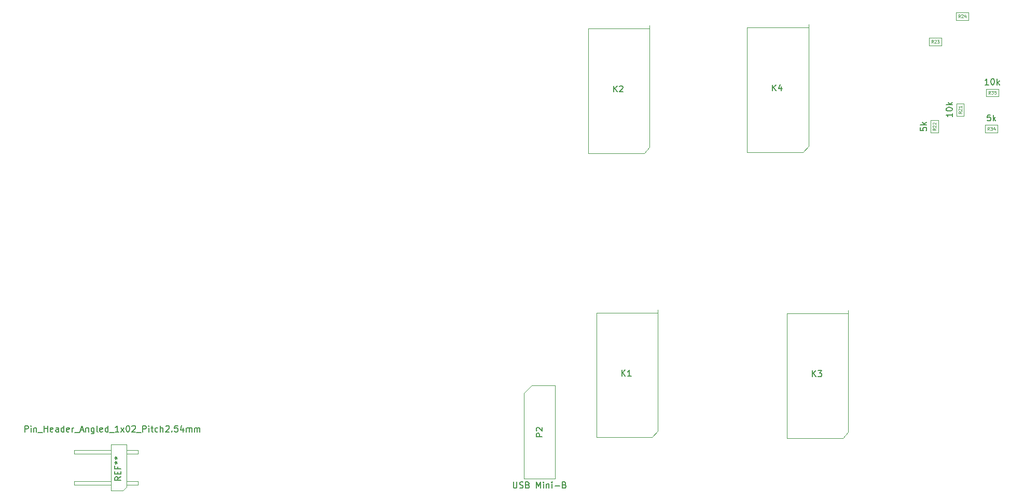
<source format=gbr>
G04 #@! TF.FileFunction,Other,Fab,Top*
%FSLAX46Y46*%
G04 Gerber Fmt 4.6, Leading zero omitted, Abs format (unit mm)*
G04 Created by KiCad (PCBNEW 4.0.7-e2-6376~58~ubuntu16.04.1) date Wed Jul 18 14:04:07 2018*
%MOMM*%
%LPD*%
G01*
G04 APERTURE LIST*
%ADD10C,0.100000*%
%ADD11C,0.120000*%
%ADD12C,0.150000*%
%ADD13C,0.075000*%
G04 APERTURE END LIST*
D10*
X114435000Y-130860000D02*
X112530000Y-130860000D01*
X112530000Y-130860000D02*
X112530000Y-123360000D01*
X112530000Y-123316200D02*
X115070000Y-123316200D01*
X115070000Y-123360000D02*
X115070000Y-130225000D01*
X115070000Y-130225000D02*
X114435000Y-130860000D01*
X116890000Y-129910000D02*
X115070000Y-129910000D01*
X116890000Y-129910000D02*
X116890000Y-129270000D01*
X116890000Y-129270000D02*
X115070000Y-129270000D01*
X112530000Y-129910000D02*
X106530000Y-129910000D01*
X106530000Y-129910000D02*
X106530000Y-129270000D01*
X112530000Y-129270000D02*
X106530000Y-129270000D01*
X116890000Y-124830000D02*
X115070000Y-124830000D01*
X116890000Y-124830000D02*
X116890000Y-124190000D01*
X116890000Y-124190000D02*
X115070000Y-124190000D01*
X112530000Y-124830000D02*
X106530000Y-124830000D01*
X106530000Y-124830000D02*
X106530000Y-124190000D01*
X112530000Y-124190000D02*
X106530000Y-124190000D01*
X181180000Y-113680000D02*
X184990000Y-113680000D01*
X184990000Y-113680000D02*
X184990000Y-128920000D01*
X184990000Y-128920000D02*
X179910000Y-128920000D01*
X179910000Y-128920000D02*
X179910000Y-114950000D01*
X179910000Y-114950000D02*
X181180000Y-113680000D01*
D11*
X200434820Y-74683060D02*
X199524820Y-75693060D01*
X190394820Y-75693060D02*
X199524820Y-75693060D01*
X200434820Y-74683060D02*
X200434820Y-54803060D01*
X200434820Y-55313060D02*
X190394820Y-55313060D01*
X190394820Y-55313060D02*
X190394820Y-75693060D01*
X201768240Y-121129500D02*
X200858240Y-122139500D01*
X191728240Y-122139500D02*
X200858240Y-122139500D01*
X201768240Y-121129500D02*
X201768240Y-101249500D01*
X201768240Y-101759500D02*
X191728240Y-101759500D01*
X191728240Y-101759500D02*
X191728240Y-122139500D01*
X232855340Y-121241260D02*
X231945340Y-122251260D01*
X222815340Y-122251260D02*
X231945340Y-122251260D01*
X232855340Y-121241260D02*
X232855340Y-101361260D01*
X232855340Y-101871260D02*
X222815340Y-101871260D01*
X222815340Y-101871260D02*
X222815340Y-122251260D01*
X226391000Y-74507000D02*
X225481000Y-75517000D01*
X216351000Y-75517000D02*
X225481000Y-75517000D01*
X226391000Y-74507000D02*
X226391000Y-54627000D01*
X226391000Y-55137000D02*
X216351000Y-55137000D01*
X216351000Y-55137000D02*
X216351000Y-75517000D01*
D10*
X250490000Y-67580000D02*
X251730000Y-67580000D01*
X250490000Y-69580000D02*
X250490000Y-67580000D01*
X251730000Y-69580000D02*
X250490000Y-69580000D01*
X251730000Y-67580000D02*
X251730000Y-69580000D01*
X246310000Y-70330000D02*
X247550000Y-70330000D01*
X246310000Y-72330000D02*
X246310000Y-70330000D01*
X247550000Y-72330000D02*
X246310000Y-72330000D01*
X247550000Y-70330000D02*
X247550000Y-72330000D01*
X250425000Y-53920000D02*
X250425000Y-52680000D01*
X252425000Y-53920000D02*
X250425000Y-53920000D01*
X252425000Y-52680000D02*
X252425000Y-53920000D01*
X250425000Y-52680000D02*
X252425000Y-52680000D01*
X246025000Y-58095000D02*
X246025000Y-56855000D01*
X248025000Y-58095000D02*
X246025000Y-58095000D01*
X248025000Y-56855000D02*
X248025000Y-58095000D01*
X246025000Y-56855000D02*
X248025000Y-56855000D01*
X257210000Y-71100000D02*
X257210000Y-72340000D01*
X255210000Y-71100000D02*
X257210000Y-71100000D01*
X255210000Y-72340000D02*
X255210000Y-71100000D01*
X257210000Y-72340000D02*
X255210000Y-72340000D01*
X257340000Y-65180000D02*
X257340000Y-66420000D01*
X255340000Y-65180000D02*
X257340000Y-65180000D01*
X255340000Y-66420000D02*
X255340000Y-65180000D01*
X257340000Y-66420000D02*
X255340000Y-66420000D01*
D12*
X98448885Y-121228581D02*
X98448885Y-120228581D01*
X98829838Y-120228581D01*
X98925076Y-120276200D01*
X98972695Y-120323819D01*
X99020314Y-120419057D01*
X99020314Y-120561914D01*
X98972695Y-120657152D01*
X98925076Y-120704771D01*
X98829838Y-120752390D01*
X98448885Y-120752390D01*
X99448885Y-121228581D02*
X99448885Y-120561914D01*
X99448885Y-120228581D02*
X99401266Y-120276200D01*
X99448885Y-120323819D01*
X99496504Y-120276200D01*
X99448885Y-120228581D01*
X99448885Y-120323819D01*
X99925075Y-120561914D02*
X99925075Y-121228581D01*
X99925075Y-120657152D02*
X99972694Y-120609533D01*
X100067932Y-120561914D01*
X100210790Y-120561914D01*
X100306028Y-120609533D01*
X100353647Y-120704771D01*
X100353647Y-121228581D01*
X100591742Y-121323819D02*
X101353647Y-121323819D01*
X101591742Y-121228581D02*
X101591742Y-120228581D01*
X101591742Y-120704771D02*
X102163171Y-120704771D01*
X102163171Y-121228581D02*
X102163171Y-120228581D01*
X103020314Y-121180962D02*
X102925076Y-121228581D01*
X102734599Y-121228581D01*
X102639361Y-121180962D01*
X102591742Y-121085724D01*
X102591742Y-120704771D01*
X102639361Y-120609533D01*
X102734599Y-120561914D01*
X102925076Y-120561914D01*
X103020314Y-120609533D01*
X103067933Y-120704771D01*
X103067933Y-120800010D01*
X102591742Y-120895248D01*
X103925076Y-121228581D02*
X103925076Y-120704771D01*
X103877457Y-120609533D01*
X103782219Y-120561914D01*
X103591742Y-120561914D01*
X103496504Y-120609533D01*
X103925076Y-121180962D02*
X103829838Y-121228581D01*
X103591742Y-121228581D01*
X103496504Y-121180962D01*
X103448885Y-121085724D01*
X103448885Y-120990486D01*
X103496504Y-120895248D01*
X103591742Y-120847629D01*
X103829838Y-120847629D01*
X103925076Y-120800010D01*
X104829838Y-121228581D02*
X104829838Y-120228581D01*
X104829838Y-121180962D02*
X104734600Y-121228581D01*
X104544123Y-121228581D01*
X104448885Y-121180962D01*
X104401266Y-121133343D01*
X104353647Y-121038105D01*
X104353647Y-120752390D01*
X104401266Y-120657152D01*
X104448885Y-120609533D01*
X104544123Y-120561914D01*
X104734600Y-120561914D01*
X104829838Y-120609533D01*
X105686981Y-121180962D02*
X105591743Y-121228581D01*
X105401266Y-121228581D01*
X105306028Y-121180962D01*
X105258409Y-121085724D01*
X105258409Y-120704771D01*
X105306028Y-120609533D01*
X105401266Y-120561914D01*
X105591743Y-120561914D01*
X105686981Y-120609533D01*
X105734600Y-120704771D01*
X105734600Y-120800010D01*
X105258409Y-120895248D01*
X106163171Y-121228581D02*
X106163171Y-120561914D01*
X106163171Y-120752390D02*
X106210790Y-120657152D01*
X106258409Y-120609533D01*
X106353647Y-120561914D01*
X106448886Y-120561914D01*
X106544124Y-121323819D02*
X107306029Y-121323819D01*
X107496505Y-120942867D02*
X107972696Y-120942867D01*
X107401267Y-121228581D02*
X107734600Y-120228581D01*
X108067934Y-121228581D01*
X108401267Y-120561914D02*
X108401267Y-121228581D01*
X108401267Y-120657152D02*
X108448886Y-120609533D01*
X108544124Y-120561914D01*
X108686982Y-120561914D01*
X108782220Y-120609533D01*
X108829839Y-120704771D01*
X108829839Y-121228581D01*
X109734601Y-120561914D02*
X109734601Y-121371438D01*
X109686982Y-121466676D01*
X109639363Y-121514295D01*
X109544124Y-121561914D01*
X109401267Y-121561914D01*
X109306029Y-121514295D01*
X109734601Y-121180962D02*
X109639363Y-121228581D01*
X109448886Y-121228581D01*
X109353648Y-121180962D01*
X109306029Y-121133343D01*
X109258410Y-121038105D01*
X109258410Y-120752390D01*
X109306029Y-120657152D01*
X109353648Y-120609533D01*
X109448886Y-120561914D01*
X109639363Y-120561914D01*
X109734601Y-120609533D01*
X110353648Y-121228581D02*
X110258410Y-121180962D01*
X110210791Y-121085724D01*
X110210791Y-120228581D01*
X111115554Y-121180962D02*
X111020316Y-121228581D01*
X110829839Y-121228581D01*
X110734601Y-121180962D01*
X110686982Y-121085724D01*
X110686982Y-120704771D01*
X110734601Y-120609533D01*
X110829839Y-120561914D01*
X111020316Y-120561914D01*
X111115554Y-120609533D01*
X111163173Y-120704771D01*
X111163173Y-120800010D01*
X110686982Y-120895248D01*
X112020316Y-121228581D02*
X112020316Y-120228581D01*
X112020316Y-121180962D02*
X111925078Y-121228581D01*
X111734601Y-121228581D01*
X111639363Y-121180962D01*
X111591744Y-121133343D01*
X111544125Y-121038105D01*
X111544125Y-120752390D01*
X111591744Y-120657152D01*
X111639363Y-120609533D01*
X111734601Y-120561914D01*
X111925078Y-120561914D01*
X112020316Y-120609533D01*
X112258411Y-121323819D02*
X113020316Y-121323819D01*
X113782221Y-121228581D02*
X113210792Y-121228581D01*
X113496506Y-121228581D02*
X113496506Y-120228581D01*
X113401268Y-120371438D01*
X113306030Y-120466676D01*
X113210792Y-120514295D01*
X114115554Y-121228581D02*
X114639364Y-120561914D01*
X114115554Y-120561914D02*
X114639364Y-121228581D01*
X115210792Y-120228581D02*
X115306031Y-120228581D01*
X115401269Y-120276200D01*
X115448888Y-120323819D01*
X115496507Y-120419057D01*
X115544126Y-120609533D01*
X115544126Y-120847629D01*
X115496507Y-121038105D01*
X115448888Y-121133343D01*
X115401269Y-121180962D01*
X115306031Y-121228581D01*
X115210792Y-121228581D01*
X115115554Y-121180962D01*
X115067935Y-121133343D01*
X115020316Y-121038105D01*
X114972697Y-120847629D01*
X114972697Y-120609533D01*
X115020316Y-120419057D01*
X115067935Y-120323819D01*
X115115554Y-120276200D01*
X115210792Y-120228581D01*
X115925078Y-120323819D02*
X115972697Y-120276200D01*
X116067935Y-120228581D01*
X116306031Y-120228581D01*
X116401269Y-120276200D01*
X116448888Y-120323819D01*
X116496507Y-120419057D01*
X116496507Y-120514295D01*
X116448888Y-120657152D01*
X115877459Y-121228581D01*
X116496507Y-121228581D01*
X116686983Y-121323819D02*
X117448888Y-121323819D01*
X117686983Y-121228581D02*
X117686983Y-120228581D01*
X118067936Y-120228581D01*
X118163174Y-120276200D01*
X118210793Y-120323819D01*
X118258412Y-120419057D01*
X118258412Y-120561914D01*
X118210793Y-120657152D01*
X118163174Y-120704771D01*
X118067936Y-120752390D01*
X117686983Y-120752390D01*
X118686983Y-121228581D02*
X118686983Y-120561914D01*
X118686983Y-120228581D02*
X118639364Y-120276200D01*
X118686983Y-120323819D01*
X118734602Y-120276200D01*
X118686983Y-120228581D01*
X118686983Y-120323819D01*
X119020316Y-120561914D02*
X119401268Y-120561914D01*
X119163173Y-120228581D02*
X119163173Y-121085724D01*
X119210792Y-121180962D01*
X119306030Y-121228581D01*
X119401268Y-121228581D01*
X120163174Y-121180962D02*
X120067936Y-121228581D01*
X119877459Y-121228581D01*
X119782221Y-121180962D01*
X119734602Y-121133343D01*
X119686983Y-121038105D01*
X119686983Y-120752390D01*
X119734602Y-120657152D01*
X119782221Y-120609533D01*
X119877459Y-120561914D01*
X120067936Y-120561914D01*
X120163174Y-120609533D01*
X120591745Y-121228581D02*
X120591745Y-120228581D01*
X121020317Y-121228581D02*
X121020317Y-120704771D01*
X120972698Y-120609533D01*
X120877460Y-120561914D01*
X120734602Y-120561914D01*
X120639364Y-120609533D01*
X120591745Y-120657152D01*
X121448888Y-120323819D02*
X121496507Y-120276200D01*
X121591745Y-120228581D01*
X121829841Y-120228581D01*
X121925079Y-120276200D01*
X121972698Y-120323819D01*
X122020317Y-120419057D01*
X122020317Y-120514295D01*
X121972698Y-120657152D01*
X121401269Y-121228581D01*
X122020317Y-121228581D01*
X122448888Y-121133343D02*
X122496507Y-121180962D01*
X122448888Y-121228581D01*
X122401269Y-121180962D01*
X122448888Y-121133343D01*
X122448888Y-121228581D01*
X123401269Y-120228581D02*
X122925078Y-120228581D01*
X122877459Y-120704771D01*
X122925078Y-120657152D01*
X123020316Y-120609533D01*
X123258412Y-120609533D01*
X123353650Y-120657152D01*
X123401269Y-120704771D01*
X123448888Y-120800010D01*
X123448888Y-121038105D01*
X123401269Y-121133343D01*
X123353650Y-121180962D01*
X123258412Y-121228581D01*
X123020316Y-121228581D01*
X122925078Y-121180962D01*
X122877459Y-121133343D01*
X124306031Y-120561914D02*
X124306031Y-121228581D01*
X124067935Y-120180962D02*
X123829840Y-120895248D01*
X124448888Y-120895248D01*
X124829840Y-121228581D02*
X124829840Y-120561914D01*
X124829840Y-120657152D02*
X124877459Y-120609533D01*
X124972697Y-120561914D01*
X125115555Y-120561914D01*
X125210793Y-120609533D01*
X125258412Y-120704771D01*
X125258412Y-121228581D01*
X125258412Y-120704771D02*
X125306031Y-120609533D01*
X125401269Y-120561914D01*
X125544126Y-120561914D01*
X125639364Y-120609533D01*
X125686983Y-120704771D01*
X125686983Y-121228581D01*
X126163173Y-121228581D02*
X126163173Y-120561914D01*
X126163173Y-120657152D02*
X126210792Y-120609533D01*
X126306030Y-120561914D01*
X126448888Y-120561914D01*
X126544126Y-120609533D01*
X126591745Y-120704771D01*
X126591745Y-121228581D01*
X126591745Y-120704771D02*
X126639364Y-120609533D01*
X126734602Y-120561914D01*
X126877459Y-120561914D01*
X126972697Y-120609533D01*
X127020316Y-120704771D01*
X127020316Y-121228581D01*
X114126781Y-128586533D02*
X113650590Y-128919867D01*
X114126781Y-129157962D02*
X113126781Y-129157962D01*
X113126781Y-128777009D01*
X113174400Y-128681771D01*
X113222019Y-128634152D01*
X113317257Y-128586533D01*
X113460114Y-128586533D01*
X113555352Y-128634152D01*
X113602971Y-128681771D01*
X113650590Y-128777009D01*
X113650590Y-129157962D01*
X113602971Y-128157962D02*
X113602971Y-127824628D01*
X114126781Y-127681771D02*
X114126781Y-128157962D01*
X113126781Y-128157962D01*
X113126781Y-127681771D01*
X113602971Y-126919866D02*
X113602971Y-127253200D01*
X114126781Y-127253200D02*
X113126781Y-127253200D01*
X113126781Y-126777009D01*
X113126781Y-126253200D02*
X113364876Y-126253200D01*
X113269638Y-126491295D02*
X113364876Y-126253200D01*
X113269638Y-126015104D01*
X113555352Y-126396057D02*
X113364876Y-126253200D01*
X113555352Y-126110342D01*
X113126781Y-125491295D02*
X113364876Y-125491295D01*
X113269638Y-125729390D02*
X113364876Y-125491295D01*
X113269638Y-125253199D01*
X113555352Y-125634152D02*
X113364876Y-125491295D01*
X113555352Y-125348437D01*
X178188096Y-129432381D02*
X178188096Y-130241905D01*
X178235715Y-130337143D01*
X178283334Y-130384762D01*
X178378572Y-130432381D01*
X178569049Y-130432381D01*
X178664287Y-130384762D01*
X178711906Y-130337143D01*
X178759525Y-130241905D01*
X178759525Y-129432381D01*
X179188096Y-130384762D02*
X179330953Y-130432381D01*
X179569049Y-130432381D01*
X179664287Y-130384762D01*
X179711906Y-130337143D01*
X179759525Y-130241905D01*
X179759525Y-130146667D01*
X179711906Y-130051429D01*
X179664287Y-130003810D01*
X179569049Y-129956190D01*
X179378572Y-129908571D01*
X179283334Y-129860952D01*
X179235715Y-129813333D01*
X179188096Y-129718095D01*
X179188096Y-129622857D01*
X179235715Y-129527619D01*
X179283334Y-129480000D01*
X179378572Y-129432381D01*
X179616668Y-129432381D01*
X179759525Y-129480000D01*
X180521430Y-129908571D02*
X180664287Y-129956190D01*
X180711906Y-130003810D01*
X180759525Y-130099048D01*
X180759525Y-130241905D01*
X180711906Y-130337143D01*
X180664287Y-130384762D01*
X180569049Y-130432381D01*
X180188096Y-130432381D01*
X180188096Y-129432381D01*
X180521430Y-129432381D01*
X180616668Y-129480000D01*
X180664287Y-129527619D01*
X180711906Y-129622857D01*
X180711906Y-129718095D01*
X180664287Y-129813333D01*
X180616668Y-129860952D01*
X180521430Y-129908571D01*
X180188096Y-129908571D01*
X181950001Y-130432381D02*
X181950001Y-129432381D01*
X182283335Y-130146667D01*
X182616668Y-129432381D01*
X182616668Y-130432381D01*
X183092858Y-130432381D02*
X183092858Y-129765714D01*
X183092858Y-129432381D02*
X183045239Y-129480000D01*
X183092858Y-129527619D01*
X183140477Y-129480000D01*
X183092858Y-129432381D01*
X183092858Y-129527619D01*
X183569048Y-129765714D02*
X183569048Y-130432381D01*
X183569048Y-129860952D02*
X183616667Y-129813333D01*
X183711905Y-129765714D01*
X183854763Y-129765714D01*
X183950001Y-129813333D01*
X183997620Y-129908571D01*
X183997620Y-130432381D01*
X184473810Y-130432381D02*
X184473810Y-129765714D01*
X184473810Y-129432381D02*
X184426191Y-129480000D01*
X184473810Y-129527619D01*
X184521429Y-129480000D01*
X184473810Y-129432381D01*
X184473810Y-129527619D01*
X184950000Y-130051429D02*
X185711905Y-130051429D01*
X186521429Y-129908571D02*
X186664286Y-129956190D01*
X186711905Y-130003810D01*
X186759524Y-130099048D01*
X186759524Y-130241905D01*
X186711905Y-130337143D01*
X186664286Y-130384762D01*
X186569048Y-130432381D01*
X186188095Y-130432381D01*
X186188095Y-129432381D01*
X186521429Y-129432381D01*
X186616667Y-129480000D01*
X186664286Y-129527619D01*
X186711905Y-129622857D01*
X186711905Y-129718095D01*
X186664286Y-129813333D01*
X186616667Y-129860952D01*
X186521429Y-129908571D01*
X186188095Y-129908571D01*
X182902381Y-122038095D02*
X181902381Y-122038095D01*
X181902381Y-121657142D01*
X181950000Y-121561904D01*
X181997619Y-121514285D01*
X182092857Y-121466666D01*
X182235714Y-121466666D01*
X182330952Y-121514285D01*
X182378571Y-121561904D01*
X182426190Y-121657142D01*
X182426190Y-122038095D01*
X181997619Y-121085714D02*
X181950000Y-121038095D01*
X181902381Y-120942857D01*
X181902381Y-120704761D01*
X181950000Y-120609523D01*
X181997619Y-120561904D01*
X182092857Y-120514285D01*
X182188095Y-120514285D01*
X182330952Y-120561904D01*
X182902381Y-121133333D01*
X182902381Y-120514285D01*
X194546725Y-65675441D02*
X194546725Y-64675441D01*
X195118154Y-65675441D02*
X194689582Y-65104012D01*
X195118154Y-64675441D02*
X194546725Y-65246870D01*
X195499106Y-64770679D02*
X195546725Y-64723060D01*
X195641963Y-64675441D01*
X195880059Y-64675441D01*
X195975297Y-64723060D01*
X196022916Y-64770679D01*
X196070535Y-64865917D01*
X196070535Y-64961155D01*
X196022916Y-65104012D01*
X195451487Y-65675441D01*
X196070535Y-65675441D01*
X195880145Y-112121881D02*
X195880145Y-111121881D01*
X196451574Y-112121881D02*
X196023002Y-111550452D01*
X196451574Y-111121881D02*
X195880145Y-111693310D01*
X197403955Y-112121881D02*
X196832526Y-112121881D01*
X197118240Y-112121881D02*
X197118240Y-111121881D01*
X197023002Y-111264738D01*
X196927764Y-111359976D01*
X196832526Y-111407595D01*
X226967245Y-112233641D02*
X226967245Y-111233641D01*
X227538674Y-112233641D02*
X227110102Y-111662212D01*
X227538674Y-111233641D02*
X226967245Y-111805070D01*
X227872007Y-111233641D02*
X228491055Y-111233641D01*
X228157721Y-111614593D01*
X228300579Y-111614593D01*
X228395817Y-111662212D01*
X228443436Y-111709831D01*
X228491055Y-111805070D01*
X228491055Y-112043165D01*
X228443436Y-112138403D01*
X228395817Y-112186022D01*
X228300579Y-112233641D01*
X228014864Y-112233641D01*
X227919626Y-112186022D01*
X227872007Y-112138403D01*
X220502905Y-65499381D02*
X220502905Y-64499381D01*
X221074334Y-65499381D02*
X220645762Y-64927952D01*
X221074334Y-64499381D02*
X220502905Y-65070810D01*
X221931477Y-64832714D02*
X221931477Y-65499381D01*
X221693381Y-64451762D02*
X221455286Y-65166048D01*
X222074334Y-65166048D01*
X249812381Y-69175238D02*
X249812381Y-69746667D01*
X249812381Y-69460953D02*
X248812381Y-69460953D01*
X248955238Y-69556191D01*
X249050476Y-69651429D01*
X249098095Y-69746667D01*
X248812381Y-68556191D02*
X248812381Y-68460952D01*
X248860000Y-68365714D01*
X248907619Y-68318095D01*
X249002857Y-68270476D01*
X249193333Y-68222857D01*
X249431429Y-68222857D01*
X249621905Y-68270476D01*
X249717143Y-68318095D01*
X249764762Y-68365714D01*
X249812381Y-68460952D01*
X249812381Y-68556191D01*
X249764762Y-68651429D01*
X249717143Y-68699048D01*
X249621905Y-68746667D01*
X249431429Y-68794286D01*
X249193333Y-68794286D01*
X249002857Y-68746667D01*
X248907619Y-68699048D01*
X248860000Y-68651429D01*
X248812381Y-68556191D01*
X249812381Y-67794286D02*
X248812381Y-67794286D01*
X249431429Y-67699048D02*
X249812381Y-67413333D01*
X249145714Y-67413333D02*
X249526667Y-67794286D01*
D13*
X251336190Y-68901428D02*
X251098095Y-69068095D01*
X251336190Y-69187142D02*
X250836190Y-69187142D01*
X250836190Y-68996666D01*
X250860000Y-68949047D01*
X250883810Y-68925238D01*
X250931429Y-68901428D01*
X251002857Y-68901428D01*
X251050476Y-68925238D01*
X251074286Y-68949047D01*
X251098095Y-68996666D01*
X251098095Y-69187142D01*
X250883810Y-68710952D02*
X250860000Y-68687142D01*
X250836190Y-68639523D01*
X250836190Y-68520476D01*
X250860000Y-68472857D01*
X250883810Y-68449047D01*
X250931429Y-68425238D01*
X250979048Y-68425238D01*
X251050476Y-68449047D01*
X251336190Y-68734761D01*
X251336190Y-68425238D01*
X251336190Y-67949048D02*
X251336190Y-68234762D01*
X251336190Y-68091905D02*
X250836190Y-68091905D01*
X250907619Y-68139524D01*
X250955238Y-68187143D01*
X250979048Y-68234762D01*
D12*
X244632381Y-71496666D02*
X244632381Y-71972857D01*
X245108571Y-72020476D01*
X245060952Y-71972857D01*
X245013333Y-71877619D01*
X245013333Y-71639523D01*
X245060952Y-71544285D01*
X245108571Y-71496666D01*
X245203810Y-71449047D01*
X245441905Y-71449047D01*
X245537143Y-71496666D01*
X245584762Y-71544285D01*
X245632381Y-71639523D01*
X245632381Y-71877619D01*
X245584762Y-71972857D01*
X245537143Y-72020476D01*
X245632381Y-71020476D02*
X244632381Y-71020476D01*
X245251429Y-70925238D02*
X245632381Y-70639523D01*
X244965714Y-70639523D02*
X245346667Y-71020476D01*
D13*
X247156190Y-71651428D02*
X246918095Y-71818095D01*
X247156190Y-71937142D02*
X246656190Y-71937142D01*
X246656190Y-71746666D01*
X246680000Y-71699047D01*
X246703810Y-71675238D01*
X246751429Y-71651428D01*
X246822857Y-71651428D01*
X246870476Y-71675238D01*
X246894286Y-71699047D01*
X246918095Y-71746666D01*
X246918095Y-71937142D01*
X246703810Y-71460952D02*
X246680000Y-71437142D01*
X246656190Y-71389523D01*
X246656190Y-71270476D01*
X246680000Y-71222857D01*
X246703810Y-71199047D01*
X246751429Y-71175238D01*
X246799048Y-71175238D01*
X246870476Y-71199047D01*
X247156190Y-71484761D01*
X247156190Y-71175238D01*
X246703810Y-70984762D02*
X246680000Y-70960952D01*
X246656190Y-70913333D01*
X246656190Y-70794286D01*
X246680000Y-70746667D01*
X246703810Y-70722857D01*
X246751429Y-70699048D01*
X246799048Y-70699048D01*
X246870476Y-70722857D01*
X247156190Y-71008571D01*
X247156190Y-70699048D01*
X251103572Y-53526190D02*
X250936905Y-53288095D01*
X250817858Y-53526190D02*
X250817858Y-53026190D01*
X251008334Y-53026190D01*
X251055953Y-53050000D01*
X251079762Y-53073810D01*
X251103572Y-53121429D01*
X251103572Y-53192857D01*
X251079762Y-53240476D01*
X251055953Y-53264286D01*
X251008334Y-53288095D01*
X250817858Y-53288095D01*
X251294048Y-53073810D02*
X251317858Y-53050000D01*
X251365477Y-53026190D01*
X251484524Y-53026190D01*
X251532143Y-53050000D01*
X251555953Y-53073810D01*
X251579762Y-53121429D01*
X251579762Y-53169048D01*
X251555953Y-53240476D01*
X251270239Y-53526190D01*
X251579762Y-53526190D01*
X252008333Y-53192857D02*
X252008333Y-53526190D01*
X251889286Y-53002381D02*
X251770238Y-53359524D01*
X252079762Y-53359524D01*
X246703572Y-57701190D02*
X246536905Y-57463095D01*
X246417858Y-57701190D02*
X246417858Y-57201190D01*
X246608334Y-57201190D01*
X246655953Y-57225000D01*
X246679762Y-57248810D01*
X246703572Y-57296429D01*
X246703572Y-57367857D01*
X246679762Y-57415476D01*
X246655953Y-57439286D01*
X246608334Y-57463095D01*
X246417858Y-57463095D01*
X246894048Y-57248810D02*
X246917858Y-57225000D01*
X246965477Y-57201190D01*
X247084524Y-57201190D01*
X247132143Y-57225000D01*
X247155953Y-57248810D01*
X247179762Y-57296429D01*
X247179762Y-57344048D01*
X247155953Y-57415476D01*
X246870239Y-57701190D01*
X247179762Y-57701190D01*
X247346429Y-57201190D02*
X247655952Y-57201190D01*
X247489286Y-57391667D01*
X247560714Y-57391667D01*
X247608333Y-57415476D01*
X247632143Y-57439286D01*
X247655952Y-57486905D01*
X247655952Y-57605952D01*
X247632143Y-57653571D01*
X247608333Y-57677381D01*
X247560714Y-57701190D01*
X247417857Y-57701190D01*
X247370238Y-57677381D01*
X247346429Y-57653571D01*
D12*
X256043334Y-69422381D02*
X255567143Y-69422381D01*
X255519524Y-69898571D01*
X255567143Y-69850952D01*
X255662381Y-69803333D01*
X255900477Y-69803333D01*
X255995715Y-69850952D01*
X256043334Y-69898571D01*
X256090953Y-69993810D01*
X256090953Y-70231905D01*
X256043334Y-70327143D01*
X255995715Y-70374762D01*
X255900477Y-70422381D01*
X255662381Y-70422381D01*
X255567143Y-70374762D01*
X255519524Y-70327143D01*
X256519524Y-70422381D02*
X256519524Y-69422381D01*
X256614762Y-70041429D02*
X256900477Y-70422381D01*
X256900477Y-69755714D02*
X256519524Y-70136667D01*
D13*
X255888572Y-71946190D02*
X255721905Y-71708095D01*
X255602858Y-71946190D02*
X255602858Y-71446190D01*
X255793334Y-71446190D01*
X255840953Y-71470000D01*
X255864762Y-71493810D01*
X255888572Y-71541429D01*
X255888572Y-71612857D01*
X255864762Y-71660476D01*
X255840953Y-71684286D01*
X255793334Y-71708095D01*
X255602858Y-71708095D01*
X256055239Y-71446190D02*
X256364762Y-71446190D01*
X256198096Y-71636667D01*
X256269524Y-71636667D01*
X256317143Y-71660476D01*
X256340953Y-71684286D01*
X256364762Y-71731905D01*
X256364762Y-71850952D01*
X256340953Y-71898571D01*
X256317143Y-71922381D01*
X256269524Y-71946190D01*
X256126667Y-71946190D01*
X256079048Y-71922381D01*
X256055239Y-71898571D01*
X256793333Y-71612857D02*
X256793333Y-71946190D01*
X256674286Y-71422381D02*
X256555238Y-71779524D01*
X256864762Y-71779524D01*
D12*
X255744762Y-64502381D02*
X255173333Y-64502381D01*
X255459047Y-64502381D02*
X255459047Y-63502381D01*
X255363809Y-63645238D01*
X255268571Y-63740476D01*
X255173333Y-63788095D01*
X256363809Y-63502381D02*
X256459048Y-63502381D01*
X256554286Y-63550000D01*
X256601905Y-63597619D01*
X256649524Y-63692857D01*
X256697143Y-63883333D01*
X256697143Y-64121429D01*
X256649524Y-64311905D01*
X256601905Y-64407143D01*
X256554286Y-64454762D01*
X256459048Y-64502381D01*
X256363809Y-64502381D01*
X256268571Y-64454762D01*
X256220952Y-64407143D01*
X256173333Y-64311905D01*
X256125714Y-64121429D01*
X256125714Y-63883333D01*
X256173333Y-63692857D01*
X256220952Y-63597619D01*
X256268571Y-63550000D01*
X256363809Y-63502381D01*
X257125714Y-64502381D02*
X257125714Y-63502381D01*
X257220952Y-64121429D02*
X257506667Y-64502381D01*
X257506667Y-63835714D02*
X257125714Y-64216667D01*
D13*
X256018572Y-66026190D02*
X255851905Y-65788095D01*
X255732858Y-66026190D02*
X255732858Y-65526190D01*
X255923334Y-65526190D01*
X255970953Y-65550000D01*
X255994762Y-65573810D01*
X256018572Y-65621429D01*
X256018572Y-65692857D01*
X255994762Y-65740476D01*
X255970953Y-65764286D01*
X255923334Y-65788095D01*
X255732858Y-65788095D01*
X256185239Y-65526190D02*
X256494762Y-65526190D01*
X256328096Y-65716667D01*
X256399524Y-65716667D01*
X256447143Y-65740476D01*
X256470953Y-65764286D01*
X256494762Y-65811905D01*
X256494762Y-65930952D01*
X256470953Y-65978571D01*
X256447143Y-66002381D01*
X256399524Y-66026190D01*
X256256667Y-66026190D01*
X256209048Y-66002381D01*
X256185239Y-65978571D01*
X256947143Y-65526190D02*
X256709048Y-65526190D01*
X256685238Y-65764286D01*
X256709048Y-65740476D01*
X256756667Y-65716667D01*
X256875714Y-65716667D01*
X256923333Y-65740476D01*
X256947143Y-65764286D01*
X256970952Y-65811905D01*
X256970952Y-65930952D01*
X256947143Y-65978571D01*
X256923333Y-66002381D01*
X256875714Y-66026190D01*
X256756667Y-66026190D01*
X256709048Y-66002381D01*
X256685238Y-65978571D01*
M02*

</source>
